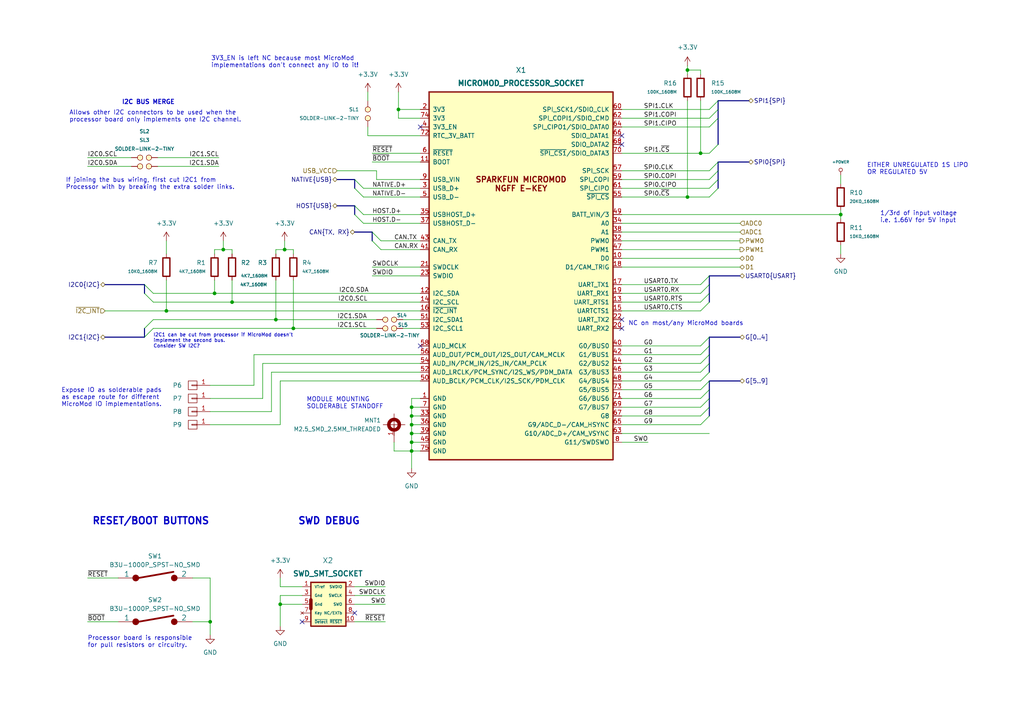
<source format=kicad_sch>
(kicad_sch (version 20230121) (generator eeschema)
  (paper "A4")
  (lib_symbols
    (symbol "appli_connector:M2_SMT_SOCKET_MICROMOD" (pin_names (offset 1.016))
      (property "Reference" "X" (at -5.08 8.89 0))
      (property "Value" "MICROMOD_PROCESSOR_SOCKET" (at 0 -101.6 0))
      (symbol "M2_SMT_SOCKET_MICROMOD_0_1"
        (rectangle (start -26.67 7.62) (end 26.67 -99.06) (stroke (width 0.4064)) (fill (type background)))
      )
      (symbol "M2_SMT_SOCKET_MICROMOD_1_0"
        (pin passive line (at 29.21 -40.64 180) (length 2.54) (name "D0") (number "10"))
        (pin passive line (at -29.21 -12.7 0) (length 2.54) (name "BOOT") (number "11"))
        (pin passive line (at -29.21 -50.8 0) (length 2.54) (name "I2C_SDA") (number "12"))
        (pin passive line (at 29.21 -53.34 180) (length 2.54) (name "UART_RTS1") (number "13"))
        (pin passive line (at -29.21 -53.34 0) (length 2.54) (name "I2C_SCL") (number "14"))
        (pin passive line (at 29.21 -55.88 180) (length 2.54) (name "UARTCTS1") (number "15"))
        (pin passive line (at -29.21 -55.88 0) (length 2.54) (name "~{I2C_INT}") (number "16"))
        (pin passive line (at 29.21 -48.26 180) (length 2.54) (name "UART_TX1") (number "17"))
        (pin passive line (at 29.21 -43.18 180) (length 2.54) (name "D1/CAM_TRIG") (number "18"))
        (pin passive line (at 29.21 -50.8 180) (length 2.54) (name "UART_RX1") (number "19"))
        (pin passive line (at -29.21 2.54 0) (length 2.54) (name "3V3") (number "2"))
        (pin passive line (at 29.21 -60.96 180) (length 2.54) (name "UART_RX2") (number "20"))
        (pin passive line (at -29.21 -43.18 0) (length 2.54) (name "SWDCLK") (number "21"))
        (pin passive line (at 29.21 -58.42 180) (length 2.54) (name "UART_TX2") (number "22"))
        (pin passive line (at -29.21 -45.72 0) (length 2.54) (name "SWDIO") (number "23"))
        (pin passive line (at -29.21 -20.32 0) (length 2.54) (name "USB_D+") (number "3"))
        (pin passive line (at 29.21 -35.56 180) (length 2.54) (name "PWM0") (number "32"))
        (pin passive line (at -29.21 -86.36 0) (length 2.54) (name "GND") (number "33"))
        (pin passive line (at 29.21 -30.48 180) (length 2.54) (name "A0") (number "34"))
        (pin passive line (at -29.21 -27.94 0) (length 2.54) (name "USBHOST_D+") (number "35"))
        (pin passive line (at -29.21 -88.9 0) (length 2.54) (name "GND") (number "36"))
        (pin passive line (at -29.21 -30.48 0) (length 2.54) (name "USBHOST_D-") (number "37"))
        (pin passive line (at 29.21 -33.02 180) (length 2.54) (name "A1") (number "38"))
        (pin passive line (at -29.21 -91.44 0) (length 2.54) (name "GND") (number "39"))
        (pin passive line (at -29.21 -2.54 0) (length 2.54) (name "3V3_EN") (number "4"))
        (pin passive line (at 29.21 -66.04 180) (length 2.54) (name "G0/BUS0") (number "40"))
        (pin passive line (at -29.21 -38.1 0) (length 2.54) (name "CAN_RX") (number "41"))
        (pin passive line (at 29.21 -68.58 180) (length 2.54) (name "G1/BUS1") (number "42"))
        (pin passive line (at -29.21 -35.56 0) (length 2.54) (name "CAN_TX") (number "43"))
        (pin passive line (at 29.21 -71.12 180) (length 2.54) (name "G2/BUS2") (number "44"))
        (pin passive line (at -29.21 -93.98 0) (length 2.54) (name "GND") (number "45"))
        (pin passive line (at 29.21 -73.66 180) (length 2.54) (name "G3/BUS3") (number "46"))
        (pin passive line (at 29.21 -38.1 180) (length 2.54) (name "PWM1") (number "47"))
        (pin passive line (at 29.21 -76.2 180) (length 2.54) (name "G4/BUS4") (number "48"))
        (pin passive line (at 29.21 -27.94 180) (length 2.54) (name "BATT_VIN/3") (number "49"))
        (pin passive line (at -29.21 -22.86 0) (length 2.54) (name "USB_D-") (number "5"))
        (pin passive line (at -29.21 -76.2 0) (length 2.54) (name "AUD_BCLK/PCM_CLK/I2S_SCK/PDM_CLK") (number "50"))
        (pin passive line (at -29.21 -58.42 0) (length 2.54) (name "I2C_SDA1") (number "51"))
        (pin passive line (at -29.21 -73.66 0) (length 2.54) (name "AUD_LRCLK/PCM_SYNC/I2S_WS/PDM_DATA") (number "52"))
        (pin passive line (at -29.21 -60.96 0) (length 2.54) (name "I2C_SCL1") (number "53"))
        (pin passive line (at -29.21 -71.12 0) (length 2.54) (name "AUD_IN/PCM_IN/I2S_IN/CAM_PCLK") (number "54"))
        (pin passive line (at 29.21 -22.86 180) (length 2.54) (name "~{SPI_CS}") (number "55"))
        (pin passive line (at -29.21 -68.58 0) (length 2.54) (name "AUD_OUT/PCM_OUT/I2S_OUT/CAM_MCLK") (number "56"))
        (pin passive line (at 29.21 -15.24 180) (length 2.54) (name "SPI_SCK") (number "57"))
        (pin passive line (at -29.21 -66.04 0) (length 2.54) (name "AUD_MCLK") (number "58"))
        (pin passive line (at 29.21 -17.78 180) (length 2.54) (name "SPI_COPI") (number "59"))
        (pin passive line (at -29.21 -10.16 0) (length 2.54) (name "~{RESET}") (number "6"))
        (pin passive line (at 29.21 2.54 180) (length 2.54) (name "SPI_SCK1/SDIO_CLK") (number "60"))
        (pin passive line (at 29.21 -20.32 180) (length 2.54) (name "SPI_CIPO") (number "61"))
        (pin passive line (at 29.21 0 180) (length 2.54) (name "SPI_COPI1/SDIO_CMD") (number "62"))
        (pin passive line (at 29.21 -91.44 180) (length 2.54) (name "G10/ADC_D+/CAM_VSYNC") (number "63"))
        (pin passive line (at 29.21 -2.54 180) (length 2.54) (name "SPI_CIPO1/SDIO_DATA0") (number "64"))
        (pin passive line (at 29.21 -88.9 180) (length 2.54) (name "G9/ADC_D-/CAM_HSYNC") (number "65"))
        (pin passive line (at 29.21 -5.08 180) (length 2.54) (name "SDIO_DATA1") (number "66"))
        (pin passive line (at 29.21 -86.36 180) (length 2.54) (name "G8") (number "67"))
        (pin passive line (at 29.21 -7.62 180) (length 2.54) (name "SDIO_DATA2") (number "68"))
        (pin passive line (at 29.21 -83.82 180) (length 2.54) (name "G7/BUS7") (number "69"))
        (pin passive line (at -29.21 -83.82 0) (length 2.54) (name "GND") (number "7"))
        (pin passive line (at 29.21 -10.16 180) (length 2.54) (name "~{SPI_CS1}/SDIO_DATA3") (number "70"))
        (pin passive line (at 29.21 -81.28 180) (length 2.54) (name "G6/BUS6") (number "71"))
        (pin passive line (at -29.21 -5.08 0) (length 2.54) (name "RTC_3V_BATT") (number "72"))
        (pin passive line (at 29.21 -78.74 180) (length 2.54) (name "G5/BUS5") (number "73"))
        (pin passive line (at -29.21 0 0) (length 2.54) (name "3V3") (number "74"))
        (pin passive line (at -29.21 -96.52 0) (length 2.54) (name "GND") (number "75"))
        (pin passive line (at 29.21 -93.98 180) (length 2.54) (name "G11/SWDSWO") (number "8"))
        (pin passive line (at -29.21 -17.78 0) (length 2.54) (name "USB_VIN") (number "9"))
      )
      (symbol "M2_SMT_SOCKET_MICROMOD_1_1"
        (text "SPARKFUN MICROMOD\nNGFF E-KEY" (at 0 -19.05 0) (effects (font (size 1.6 1.6) bold)))
        (pin passive line (at -29.21 -81.28 0) (length 2.54) (name "GND") (number "1"))
      )
    )
    (symbol "appli_connector:PAD_SOLDER_2mm" (pin_names (offset 1.016) hide)
      (property "Reference" "P" (at 0 2.54 0))
      (property "Value" "PAD_SOLDER_2mm" (at 0 -3.81 0))
      (symbol "PAD_SOLDER_2mm_0_1"
        (rectangle (start -1.27 0.127) (end 0.254 -0.127))
        (rectangle (start -1.27 1.27) (end 1.27 -1.27))
      )
      (symbol "PAD_SOLDER_2mm_1_1"
        (pin passive line (at -5.08 0 0) (length 3.81) (name "P1") (number "1"))
      )
    )
    (symbol "appli_connector:SWD_SMT_SOCKET" (pin_names (offset 1.016))
      (property "Reference" "X" (at -5.08 6.985 0))
      (property "Value" "SWD_SMT_SOCKET" (at 0 -6.985 0))
      (symbol "SWD_SMT_SOCKET_0_1"
        (rectangle (start -5.08 6.35) (end 5.08 -6.35) (stroke (width 0.4064)) (fill (type background)))
        (polyline (pts (xy -5.08 1.27) (xy -5.08 -1.27)) (stroke (width 0.9906)))
      )
      (symbol "SWD_SMT_SOCKET_1_1"
        (pin input line (at -7.62 5.08 0) (length 2.54) (name "VTref") (number "1"))
        (pin output line (at 7.62 -5.08 180) (length 2.54) (name "~{RESET}") (number "10"))
        (pin bidirectional line (at 7.62 5.08 180) (length 2.54) (name "SWDIO") (number "2"))
        (pin passive line (at -7.62 2.54 0) (length 2.54) (name "Gnd") (number "3"))
        (pin output line (at 7.62 2.54 180) (length 2.54) (name "SWCLK") (number "4"))
        (pin passive line (at -7.62 0 0) (length 2.54) (name "Gnd") (number "5"))
        (pin bidirectional line (at 7.62 0 180) (length 2.54) (name "SWO") (number "6"))
        (pin no_connect line (at -7.62 -2.54 0) (length 2.54) (name "Key") (number "7"))
        (pin passive line (at 7.62 -2.54 180) (length 2.54) (name "NC/EXTb") (number "8"))
        (pin passive line (at -7.62 -5.08 0) (length 2.54) (name "~{Detect}") (number "9"))
      )
    )
    (symbol "appli_link:SOLDER-LINK-2-TINY" (pin_numbers hide) (pin_names (offset 0.762) hide)
      (property "Reference" "SL" (at 0 3.175 0))
      (property "Value" "SOLDER-LINK-2-TINY" (at 0.635 1.905 0))
      (symbol "SOLDER-LINK-2-TINY_0_1"
        (circle (center -1.27 0) (radius 0.762) (fill (type background)))
        (circle (center 1.27 0) (radius 0.762) (fill (type background)))
        (pin passive line (at -3.81 0 0) (length 1.778) (name "1") (number "1"))
        (pin passive line (at 3.81 0 180) (length 1.778) (name "2") (number "2"))
      )
    )
    (symbol "appli_mount:M2.5_SMD_2.5MM_THREADED" (pin_names (offset 1.016))
      (property "Reference" "MNT" (at 0 8.255 0))
      (property "Value" "M2.5_SMD_2.5MM_THREADED" (at 0 6.35 0))
      (symbol "M2.5_SMD_2.5MM_THREADED_0_1"
        (polyline (pts (xy -3.175 0) (xy 3.175 0)))
        (polyline (pts (xy 0 3.175) (xy 0 -3.175)))
        (circle (center 0 0) (radius 1.524) (stroke (width 1.016)))
      )
      (symbol "M2.5_SMD_2.5MM_THREADED_1_1"
        (pin passive line (at 0 -5.08 90) (length 5.08) (name "~") (number "1"))
      )
    )
    (symbol "appli_power:+3.3V" (power) (pin_names (offset 0))
      (property "Value" "+3.3V" (at 0 3.556 0))
      (symbol "+3.3V_0_1"
        (polyline (pts (xy -0.762 1.27) (xy 0 2.54)))
        (polyline (pts (xy 0 0) (xy 0 2.54)))
        (polyline (pts (xy 0 2.54) (xy 0.762 1.27)))
      )
      (symbol "+3.3V_1_1"
        (pin power_in line (at 0 0 90) (length 0) hide (name "+3.3V") (number "1"))
      )
    )
    (symbol "appli_power:+POWER" (power) (pin_names (offset 0))
      (property "Value" "+POWER" (at 0 2.54 0))
      (symbol "+POWER_0_0"
        (pin power_in line (at 0 0 90) (length 0) hide (name "+POWER") (number "1"))
      )
      (symbol "+POWER_0_1"
        (polyline (pts (xy 0 0) (xy 0 1.016) (xy 0 1.016)))
        (circle (center 0 1.524) (radius 0.508))
      )
    )
    (symbol "appli_power:GND" (power) (pin_names (offset 0))
      (property "Value" "GND" (at 0 -3.81 0))
      (symbol "GND_0_1"
        (polyline (pts (xy 0 0) (xy 0 -1.27) (xy 1.27 -1.27) (xy 0 -2.54) (xy -1.27 -1.27) (xy 0 -1.27)))
      )
      (symbol "GND_1_1"
        (pin power_in line (at 0 0 270) (length 0) hide (name "GND") (number "1"))
      )
    )
    (symbol "appli_resistor:100K_1608M" (pin_numbers hide) (pin_names (offset 0))
      (property "Reference" "R" (at -2.159 -3.81 90))
      (property "Value" "100K_1608M" (at 2.032 -3.81 90))
      (symbol "100K_1608M_0_1"
        (rectangle (start -1.016 -1.143) (end 1.016 -6.477) (stroke (width 0.381)))
      )
      (symbol "100K_1608M_1_1"
        (pin passive line (at 0 0 270) (length 1.143) (name "~") (number "1"))
        (pin passive line (at 0 -7.62 90) (length 1.143) (name "~") (number "2"))
      )
    )
    (symbol "appli_resistor:10K0_1608M" (pin_numbers hide) (pin_names (offset 0))
      (property "Reference" "R" (at -2.159 -3.81 90))
      (property "Value" "10K0_1608M" (at 2.032 -3.81 90))
      (symbol "10K0_1608M_0_1"
        (rectangle (start -1.016 -1.143) (end 1.016 -6.477) (stroke (width 0.381)))
      )
      (symbol "10K0_1608M_1_1"
        (pin passive line (at 0 0 270) (length 1.143) (name "~") (number "1"))
        (pin passive line (at 0 -7.62 90) (length 1.143) (name "~") (number "2"))
      )
    )
    (symbol "appli_resistor:20K0_1608M" (pin_numbers hide) (pin_names (offset 0))
      (property "Reference" "R" (at -2.159 -3.81 90))
      (property "Value" "20K0_1608M" (at 2.032 -3.81 90))
      (symbol "20K0_1608M_0_1"
        (rectangle (start -1.016 -1.143) (end 1.016 -6.477) (stroke (width 0.381)))
      )
      (symbol "20K0_1608M_1_1"
        (pin passive line (at 0 0 270) (length 1.143) (name "~") (number "1"))
        (pin passive line (at 0 -7.62 90) (length 1.143) (name "~") (number "2"))
      )
    )
    (symbol "appli_resistor:4K7_1608M" (pin_numbers hide) (pin_names (offset 0))
      (property "Reference" "R" (at -2.159 -3.81 90))
      (property "Value" "4K7_1608M" (at 2.032 -3.81 90))
      (symbol "4K7_1608M_0_1"
        (rectangle (start -1.016 -1.143) (end 1.016 -6.477) (stroke (width 0.381)))
      )
      (symbol "4K7_1608M_1_1"
        (pin passive line (at 0 0 270) (length 1.143) (name "~") (number "1"))
        (pin passive line (at 0 -7.62 90) (length 1.143) (name "~") (number "2"))
      )
    )
    (symbol "appli_switch:B3U-1000P_SPST-NO_SMD" (pin_numbers hide) (pin_names (offset 0))
      (property "Reference" "SW" (at 0 11.176 0))
      (property "Value" "B3U-1000P_SPST-NO_SMD" (at 0 8.89 0))
      (symbol "B3U-1000P_SPST-NO_SMD_0_1"
        (circle (center -5.08 0) (radius 0.7112) (stroke (width 0.508)) (fill (type outline)))
        (polyline (pts (xy -4.318 0) (xy 5.842 1.778)) (stroke (width 0.508)))
        (circle (center 6.096 0) (radius 0.6858) (stroke (width 0.508)) (fill (type outline)))
      )
      (symbol "B3U-1000P_SPST-NO_SMD_1_1"
        (pin passive line (at -10.16 0 0) (length 5.0038) (name "1") (number "1"))
        (pin passive line (at 11.43 0 180) (length 5.0038) (name "2") (number "2"))
      )
    )
  )
  (junction (at 62.23 85.09))
  (junction (at 119.38 128.27))
  (junction (at 82.55 72.39))
  (junction (at 67.31 87.63))
  (junction (at 64.77 72.39))
  (junction (at 119.38 120.65))
  (junction (at 115.57 31.75))
  (junction (at 119.38 118.11))
  (junction (at 119.38 123.19))
  (junction (at 203.2 44.45))
  (junction (at 119.38 125.73))
  (junction (at 48.26 90.17))
  (junction (at 80.01 92.71))
  (junction (at 199.39 57.15))
  (junction (at 85.09 95.25))
  (junction (at 119.38 130.81))
  (junction (at 81.28 175.26))
  (junction (at 243.84 62.23))
  (junction (at 60.96 180.34))
  (junction (at 199.39 20.32))
  (no_connect (at 87.63 180.34))
  (no_connect (at 180.34 41.91))
  (no_connect (at 121.92 36.83))
  (no_connect (at 180.34 95.25))
  (no_connect (at 180.34 92.71))
  (no_connect (at 180.34 39.37))
  (no_connect (at 121.92 100.33))
  (no_connect (at 102.87 177.8))
  (bus_entry (at 44.45 87.63) (size -2.54 -2.54))
  (bus_entry (at 105.41 64.77) (size -2.54 -2.54))
  (bus_entry (at 105.41 62.23) (size -2.54 -2.54))
  (bus_entry (at 203.2 113.03) (size 2.54 -2.54))
  (bus_entry (at 205.74 44.45) (size 2.54 -2.54))
  (bus_entry (at 203.2 120.65) (size 2.54 -2.54))
  (bus_entry (at 110.49 69.85) (size -2.54 -2.54))
  (bus_entry (at 203.2 110.49) (size 2.54 -2.54))
  (bus_entry (at 203.2 87.63) (size 2.54 -2.54))
  (bus_entry (at 203.2 90.17) (size 2.54 -2.54))
  (bus_entry (at 203.2 100.33) (size 2.54 -2.54))
  (bus_entry (at 205.74 31.75) (size 2.54 -2.54))
  (bus_entry (at 205.74 52.07) (size 2.54 -2.54))
  (bus_entry (at 203.2 115.57) (size 2.54 -2.54))
  (bus_entry (at 110.49 72.39) (size -2.54 -2.54))
  (bus_entry (at 44.45 95.25) (size -2.54 2.54))
  (bus_entry (at 205.74 57.15) (size 2.54 -2.54))
  (bus_entry (at 205.74 36.83) (size 2.54 -2.54))
  (bus_entry (at 205.74 49.53) (size 2.54 -2.54))
  (bus_entry (at 205.74 34.29) (size 2.54 -2.54))
  (bus_entry (at 203.2 85.09) (size 2.54 -2.54))
  (bus_entry (at 105.41 57.15) (size -2.54 -2.54))
  (bus_entry (at 203.2 82.55) (size 2.54 -2.54))
  (bus_entry (at 203.2 123.19) (size 2.54 -2.54))
  (bus_entry (at 203.2 107.95) (size 2.54 -2.54))
  (bus_entry (at 203.2 102.87) (size 2.54 -2.54))
  (bus_entry (at 203.2 105.41) (size 2.54 -2.54))
  (bus_entry (at 205.74 54.61) (size 2.54 -2.54))
  (bus_entry (at 44.45 85.09) (size -2.54 -2.54))
  (bus_entry (at 203.2 118.11) (size 2.54 -2.54))
  (bus_entry (at 44.45 92.71) (size -2.54 2.54))
  (bus_entry (at 105.41 54.61) (size -2.54 -2.54))
  (wire (pts (xy 203.2 44.45) (xy 205.74 44.45)))
  (wire (pts (xy 102.87 172.72) (xy 111.76 172.72)))
  (bus (pts (xy 205.74 87.63) (xy 205.74 85.09)))
  (wire (pts (xy 85.09 95.25) (xy 109.22 95.25)))
  (wire (pts (xy 199.39 20.32) (xy 203.2 20.32)))
  (wire (pts (xy 82.55 69.85) (xy 82.55 72.39)))
  (wire (pts (xy 67.31 72.39) (xy 67.31 73.66)))
  (bus (pts (xy 205.74 113.03) (xy 205.74 115.57)))
  (bus (pts (xy 205.74 105.41) (xy 205.74 107.95)))
  (wire (pts (xy 180.34 49.53) (xy 205.74 49.53)))
  (bus (pts (xy 97.79 59.69) (xy 102.87 59.69)))
  (bus (pts (xy 205.74 97.79) (xy 205.74 100.33)))
  (wire (pts (xy 106.68 36.83) (xy 106.68 39.37)))
  (wire (pts (xy 180.34 31.75) (xy 205.74 31.75)))
  (bus (pts (xy 205.74 115.57) (xy 205.74 118.11)))
  (wire (pts (xy 109.22 49.53) (xy 109.22 52.07)))
  (bus (pts (xy 205.74 102.87) (xy 205.74 105.41)))
  (bus (pts (xy 208.28 41.91) (xy 208.28 34.29)))
  (wire (pts (xy 73.66 111.76) (xy 73.66 102.87)))
  (wire (pts (xy 180.34 82.55) (xy 203.2 82.55)))
  (wire (pts (xy 81.28 175.26) (xy 87.63 175.26)))
  (wire (pts (xy 80.01 81.28) (xy 80.01 92.71)))
  (wire (pts (xy 60.96 167.64) (xy 55.88 167.64)))
  (wire (pts (xy 180.34 74.93) (xy 214.63 74.93)))
  (wire (pts (xy 180.34 85.09) (xy 203.2 85.09)))
  (wire (pts (xy 45.72 45.72) (xy 63.5 45.72)))
  (wire (pts (xy 102.87 175.26) (xy 111.76 175.26)))
  (wire (pts (xy 180.34 36.83) (xy 205.74 36.83)))
  (wire (pts (xy 80.01 73.66) (xy 80.01 72.39)))
  (bus (pts (xy 205.74 110.49) (xy 214.63 110.49)))
  (bus (pts (xy 102.87 67.31) (xy 107.95 67.31)))
  (wire (pts (xy 203.2 20.32) (xy 203.2 21.59)))
  (wire (pts (xy 119.38 120.65) (xy 119.38 118.11)))
  (bus (pts (xy 208.28 31.75) (xy 208.28 29.21)))
  (wire (pts (xy 60.96 111.76) (xy 73.66 111.76)))
  (wire (pts (xy 25.4 167.64) (xy 34.29 167.64)))
  (wire (pts (xy 180.34 105.41) (xy 203.2 105.41)))
  (bus (pts (xy 30.48 82.55) (xy 41.91 82.55)))
  (wire (pts (xy 73.66 102.87) (xy 121.92 102.87)))
  (wire (pts (xy 81.28 175.26) (xy 81.28 181.61)))
  (wire (pts (xy 180.34 44.45) (xy 203.2 44.45)))
  (bus (pts (xy 41.91 82.55) (xy 41.91 85.09)))
  (wire (pts (xy 81.28 172.72) (xy 81.28 175.26)))
  (wire (pts (xy 180.34 110.49) (xy 203.2 110.49)))
  (wire (pts (xy 115.57 31.75) (xy 121.92 31.75)))
  (wire (pts (xy 119.38 128.27) (xy 121.92 128.27)))
  (wire (pts (xy 105.41 54.61) (xy 121.92 54.61)))
  (wire (pts (xy 199.39 29.21) (xy 199.39 57.15)))
  (wire (pts (xy 67.31 87.63) (xy 121.92 87.63)))
  (wire (pts (xy 180.34 52.07) (xy 205.74 52.07)))
  (bus (pts (xy 205.74 118.11) (xy 205.74 120.65)))
  (wire (pts (xy 180.34 107.95) (xy 203.2 107.95)))
  (wire (pts (xy 44.45 95.25) (xy 85.09 95.25)))
  (wire (pts (xy 78.74 119.38) (xy 60.96 119.38)))
  (wire (pts (xy 25.4 48.26) (xy 38.1 48.26)))
  (wire (pts (xy 180.34 69.85) (xy 214.63 69.85)))
  (wire (pts (xy 180.34 34.29) (xy 205.74 34.29)))
  (wire (pts (xy 243.84 60.96) (xy 243.84 62.23)))
  (wire (pts (xy 48.26 81.28) (xy 48.26 90.17)))
  (wire (pts (xy 180.34 57.15) (xy 199.39 57.15)))
  (wire (pts (xy 80.01 72.39) (xy 82.55 72.39)))
  (wire (pts (xy 85.09 81.28) (xy 85.09 95.25)))
  (wire (pts (xy 119.38 125.73) (xy 119.38 123.19)))
  (wire (pts (xy 180.34 64.77) (xy 214.63 64.77)))
  (wire (pts (xy 107.95 80.01) (xy 121.92 80.01)))
  (wire (pts (xy 115.57 34.29) (xy 115.57 31.75)))
  (wire (pts (xy 180.34 100.33) (xy 203.2 100.33)))
  (wire (pts (xy 203.2 29.21) (xy 203.2 44.45)))
  (wire (pts (xy 48.26 90.17) (xy 121.92 90.17)))
  (wire (pts (xy 60.96 180.34) (xy 60.96 184.15)))
  (bus (pts (xy 208.28 34.29) (xy 208.28 31.75)))
  (wire (pts (xy 121.92 105.41) (xy 76.2 105.41)))
  (wire (pts (xy 119.38 118.11) (xy 121.92 118.11)))
  (wire (pts (xy 38.1 45.72) (xy 25.4 45.72)))
  (wire (pts (xy 114.3 130.81) (xy 119.38 130.81)))
  (wire (pts (xy 64.77 69.85) (xy 64.77 72.39)))
  (wire (pts (xy 30.48 90.17) (xy 48.26 90.17)))
  (wire (pts (xy 180.34 72.39) (xy 214.63 72.39)))
  (wire (pts (xy 180.34 120.65) (xy 203.2 120.65)))
  (wire (pts (xy 67.31 81.28) (xy 67.31 87.63)))
  (wire (pts (xy 81.28 167.64) (xy 81.28 170.18)))
  (wire (pts (xy 102.87 180.34) (xy 111.76 180.34)))
  (wire (pts (xy 119.38 123.19) (xy 119.38 120.65)))
  (wire (pts (xy 243.84 71.12) (xy 243.84 73.66)))
  (wire (pts (xy 180.34 87.63) (xy 203.2 87.63)))
  (wire (pts (xy 115.57 31.75) (xy 115.57 26.67)))
  (bus (pts (xy 97.79 52.07) (xy 102.87 52.07)))
  (wire (pts (xy 44.45 92.71) (xy 80.01 92.71)))
  (wire (pts (xy 119.38 118.11) (xy 119.38 115.57)))
  (bus (pts (xy 208.28 49.53) (xy 208.28 46.99)))
  (wire (pts (xy 97.79 49.53) (xy 109.22 49.53)))
  (bus (pts (xy 208.28 46.99) (xy 217.17 46.99)))
  (wire (pts (xy 199.39 19.05) (xy 199.39 20.32)))
  (bus (pts (xy 208.28 52.07) (xy 208.28 49.53)))
  (bus (pts (xy 205.74 110.49) (xy 205.74 113.03)))
  (wire (pts (xy 105.41 62.23) (xy 121.92 62.23)))
  (wire (pts (xy 110.49 69.85) (xy 121.92 69.85)))
  (wire (pts (xy 119.38 130.81) (xy 119.38 135.89)))
  (wire (pts (xy 180.34 118.11) (xy 203.2 118.11)))
  (wire (pts (xy 180.34 128.27) (xy 187.96 128.27)))
  (wire (pts (xy 180.34 123.19) (xy 203.2 123.19)))
  (wire (pts (xy 62.23 81.28) (xy 62.23 85.09)))
  (bus (pts (xy 107.95 69.85) (xy 107.95 67.31)))
  (wire (pts (xy 78.74 107.95) (xy 78.74 119.38)))
  (wire (pts (xy 48.26 69.85) (xy 48.26 73.66)))
  (wire (pts (xy 81.28 123.19) (xy 60.96 123.19)))
  (wire (pts (xy 119.38 115.57) (xy 121.92 115.57)))
  (wire (pts (xy 107.95 46.99) (xy 121.92 46.99)))
  (wire (pts (xy 44.45 87.63) (xy 67.31 87.63)))
  (wire (pts (xy 114.3 128.27) (xy 114.3 130.81)))
  (wire (pts (xy 180.34 62.23) (xy 243.84 62.23)))
  (wire (pts (xy 102.87 170.18) (xy 111.76 170.18)))
  (bus (pts (xy 208.28 29.21) (xy 217.17 29.21)))
  (wire (pts (xy 62.23 73.66) (xy 62.23 72.39)))
  (bus (pts (xy 205.74 85.09) (xy 205.74 82.55)))
  (wire (pts (xy 110.49 72.39) (xy 121.92 72.39)))
  (wire (pts (xy 180.34 54.61) (xy 205.74 54.61)))
  (wire (pts (xy 199.39 57.15) (xy 205.74 57.15)))
  (wire (pts (xy 180.34 67.31) (xy 214.63 67.31)))
  (wire (pts (xy 243.84 50.8) (xy 243.84 53.34)))
  (bus (pts (xy 205.74 100.33) (xy 205.74 102.87)))
  (wire (pts (xy 76.2 115.57) (xy 60.96 115.57)))
  (wire (pts (xy 107.95 77.47) (xy 121.92 77.47)))
  (wire (pts (xy 121.92 34.29) (xy 115.57 34.29)))
  (wire (pts (xy 60.96 180.34) (xy 60.96 167.64)))
  (wire (pts (xy 180.34 115.57) (xy 203.2 115.57)))
  (wire (pts (xy 121.92 130.81) (xy 119.38 130.81)))
  (wire (pts (xy 106.68 26.67) (xy 106.68 29.21)))
  (wire (pts (xy 87.63 172.72) (xy 81.28 172.72)))
  (bus (pts (xy 205.74 80.01) (xy 214.63 80.01)))
  (bus (pts (xy 30.48 97.79) (xy 41.91 97.79)))
  (wire (pts (xy 105.41 64.77) (xy 121.92 64.77)))
  (wire (pts (xy 81.28 110.49) (xy 81.28 123.19)))
  (wire (pts (xy 121.92 110.49) (xy 81.28 110.49)))
  (wire (pts (xy 119.38 125.73) (xy 121.92 125.73)))
  (wire (pts (xy 45.72 48.26) (xy 63.5 48.26)))
  (wire (pts (xy 116.84 95.25) (xy 121.92 95.25)))
  (wire (pts (xy 180.34 77.47) (xy 214.63 77.47)))
  (wire (pts (xy 243.84 62.23) (xy 243.84 63.5)))
  (bus (pts (xy 205.74 97.79) (xy 214.63 97.79)))
  (wire (pts (xy 180.34 90.17) (xy 203.2 90.17)))
  (wire (pts (xy 199.39 21.59) (xy 199.39 20.32)))
  (wire (pts (xy 107.95 44.45) (xy 121.92 44.45)))
  (wire (pts (xy 121.92 107.95) (xy 78.74 107.95)))
  (wire (pts (xy 119.38 120.65) (xy 121.92 120.65)))
  (bus (pts (xy 208.28 54.61) (xy 208.28 52.07)))
  (wire (pts (xy 180.34 125.73) (xy 205.74 125.73)))
  (bus (pts (xy 205.74 82.55) (xy 205.74 80.01)))
  (wire (pts (xy 80.01 92.71) (xy 109.22 92.71)))
  (bus (pts (xy 41.91 95.25) (xy 41.91 97.79)))
  (wire (pts (xy 62.23 85.09) (xy 121.92 85.09)))
  (wire (pts (xy 109.22 52.07) (xy 121.92 52.07)))
  (wire (pts (xy 44.45 85.09) (xy 62.23 85.09)))
  (wire (pts (xy 62.23 72.39) (xy 64.77 72.39)))
  (wire (pts (xy 87.63 170.18) (xy 81.28 170.18)))
  (wire (pts (xy 119.38 130.81) (xy 119.38 128.27)))
  (wire (pts (xy 25.4 180.34) (xy 34.29 180.34)))
  (bus (pts (xy 102.87 62.23) (xy 102.87 59.69)))
  (wire (pts (xy 106.68 39.37) (xy 121.92 39.37)))
  (wire (pts (xy 82.55 72.39) (xy 85.09 72.39)))
  (wire (pts (xy 116.84 92.71) (xy 121.92 92.71)))
  (wire (pts (xy 85.09 72.39) (xy 85.09 73.66)))
  (wire (pts (xy 55.88 180.34) (xy 60.96 180.34)))
  (wire (pts (xy 105.41 57.15) (xy 121.92 57.15)))
  (wire (pts (xy 119.38 128.27) (xy 119.38 125.73)))
  (wire (pts (xy 180.34 102.87) (xy 203.2 102.87)))
  (bus (pts (xy 102.87 54.61) (xy 102.87 52.07)))
  (wire (pts (xy 76.2 105.41) (xy 76.2 115.57)))
  (wire (pts (xy 180.34 113.03) (xy 203.2 113.03)))
  (wire (pts (xy 64.77 72.39) (xy 67.31 72.39)))
  (wire (pts (xy 119.38 123.19) (xy 121.92 123.19)))
  (text "Expose IO as solderable pads\nas escape route for different\nMicroMod IO implementations.\n" (at 17.78 118.11 0) (effects (font (size 1.27 1.27)) (justify left bottom)))
  (text "If joining the bus wiring, first cut I2C1 from \nProcessor with by breaking the extra solder links." (at 19.05 55.118 0) (effects (font (size 1.27 1.27)) (justify left bottom)))
  (text "NC on most/any MicroMod boards" (at 182.245 94.615 0) (effects (font (size 1.27 1.27)) (justify left bottom)))
  (text "Processor board is responsible \nfor pull resistors or circuitry." (at 25.4 187.96 0) (effects (font (size 1.27 1.27)) (justify left bottom)))
  (text "I2C1 can be cut from processor if MicroMod doesn't\nimplement the second bus.\nConsider SW I2C?" (at 44.45 101.092 0) (effects (font (size 1 1)) (justify left bottom)))
  (text "I2C BUS MERGE" (at 35.306 30.48 0) (effects (font (size 1.27 1.27) (thickness 0.254) bold) (justify left bottom)))
  (text "EITHER UNREGULATED 1S LiPO\nOR REGULATED 5V" (at 251.46 50.8 0) (effects (font (size 1.27 1.27)) (justify left bottom)))
  (text "1/3rd of input voltage\ni.e. 1.66V for 5V input" (at 255.27 64.77 0) (effects (font (size 1.27 1.27)) (justify left bottom)))
  (text "RESET/BOOT BUTTONS" (at 26.67 152.4 0) (effects (font (size 2 2) (thickness 0.4) bold) (justify left bottom)))
  (text "MODULE MOUNTING\nSOLDERABLE STANDOFF" (at 88.9 118.745 0) (effects (font (size 1.27 1.27)) (justify left bottom)))
  (text "SWD DEBUG" (at 86.36 152.4 0) (effects (font (size 2 2) (thickness 0.4) bold) (justify left bottom)))
  (text "3V3_EN is left NC because most MicroMod\nimplementations don't connect any IO to it!" (at 61.214 19.812 0) (effects (font (size 1.27 1.27)) (justify left bottom)))
  (text "Allows other I2C connectors to be used when the \nprocessor board only implements one I2C channel." (at 20.066 35.56 0) (effects (font (size 1.27 1.27)) (justify left bottom)))
  (label "I2C1.SDA" (at 63.5 48.26 180))
  (label "SPI1.~{CS}" (at 186.69 44.45 0))
  (label "SPI1.CIPO" (at 186.69 36.83 0))
  (label "~{RESET}" (at 107.95 44.45 0))
  (label "HOST.D+" (at 107.95 62.23 0))
  (label "I2C1.SDA" (at 97.79 92.71 0))
  (label "G5" (at 186.69 113.03 0))
  (label "HOST.D-" (at 107.95 64.77 0))
  (label "I2C0.SCL" (at 98.044 87.63 0))
  (label "~{BOOT}" (at 107.95 46.99 0))
  (label "~{RESET}" (at 25.4 167.64 0))
  (label "SWDIO" (at 111.76 170.18 180))
  (label "USART0.RTS" (at 186.69 87.63 0))
  (label "I2C0.SDA" (at 25.4 48.26 0))
  (label "G9" (at 186.69 123.19 0))
  (label "SPI0.CLK" (at 186.69 49.53 0))
  (label "G4" (at 186.69 110.49 0))
  (label "G7" (at 186.69 118.11 0))
  (label "SWDCLK" (at 107.95 77.47 0))
  (label "SWDIO" (at 107.95 80.01 0))
  (label "I2C1.SCL" (at 63.5 45.72 180))
  (label "SPI1.COPI" (at 186.69 34.29 0))
  (label "SPI0.COPI" (at 186.69 52.07 0))
  (label "G3" (at 186.69 107.95 0))
  (label "G1" (at 186.69 102.87 0))
  (label "I2C0.SCL" (at 25.4 45.72 0))
  (label "CAN.TX" (at 114.3 69.85 0))
  (label "CAN.RX" (at 114.3 72.39 0))
  (label "SWO" (at 111.76 175.26 180))
  (label "SPI0.~{CS}" (at 186.69 57.15 0))
  (label "I2C1.SCL" (at 97.79 95.25 0))
  (label "USART0.CTS" (at 186.69 90.17 0))
  (label "USART0.TX" (at 186.69 82.55 0))
  (label "G6" (at 186.69 115.57 0))
  (label "SPI1.CLK" (at 186.69 31.75 0))
  (label "SWO" (at 187.96 128.27 180))
  (label "G2" (at 186.69 105.41 0))
  (label "SWDCLK" (at 111.76 172.72 180))
  (label "~{BOOT}" (at 25.4 180.34 0))
  (label "G8" (at 186.69 120.65 0))
  (label "NATIVE.D+" (at 107.95 54.61 0))
  (label "USART0.RX" (at 186.69 85.09 0))
  (label "~{RESET}" (at 111.76 180.34 180))
  (label "I2C0.SDA" (at 98.298 85.09 0))
  (label "NATIVE.D-" (at 107.95 57.15 0))
  (label "G0" (at 186.69 100.33 0))
  (label "SPI0.CIPO" (at 186.69 54.61 0))
  (hierarchical_label "I2C0{I2C}" (shape bidirectional) (at 30.48 82.55 180))
  (hierarchical_label "NATIVE{USB}" (shape bidirectional) (at 97.79 52.07 180))
  (hierarchical_label "~{I2C_INT}" (shape input) (at 30.48 90.17 180))
  (hierarchical_label "PWM0" (shape output) (at 214.63 69.85 0))
  (hierarchical_label "ADC0" (shape input) (at 214.63 64.77 0))
  (hierarchical_label "USART0{USART}" (shape bidirectional) (at 214.63 80.01 0))
  (hierarchical_label "SPI1{SPI}" (shape bidirectional) (at 217.17 29.21 0))
  (hierarchical_label "D0" (shape bidirectional) (at 214.63 74.93 0))
  (hierarchical_label "PWM1" (shape output) (at 214.63 72.39 0))
  (hierarchical_label "G[0..4]" (shape bidirectional) (at 214.63 97.79 0))
  (hierarchical_label "G[5..9]" (shape bidirectional) (at 214.63 110.49 0))
  (hierarchical_label "ADC1" (shape input) (at 214.63 67.31 0))
  (hierarchical_label "CAN{TX, RX}" (shape bidirectional) (at 102.87 67.31 180))
  (hierarchical_label "HOST{USB}" (shape bidirectional) (at 97.79 59.69 180))
  (hierarchical_label "SPI0{SPI}" (shape bidirectional) (at 217.17 46.99 0))
  (hierarchical_label "D1" (shape bidirectional) (at 214.63 77.47 0))
  (hierarchical_label "I2C1{I2C}" (shape bidirectional) (at 30.48 97.79 180))
  (hierarchical_label "USB_VCC" (shape input) (at 97.79 49.53 180))
  (symbol (lib_id "appli_resistor:100K_1608M") (at 203.2 21.59 0) (unit 1)
    (property "Reference" "R15" (at 206.248 24.13 0) (effects (justify left)))
    (property "Value" "100K_1608M" (at 206.248 26.67 0) (effects (font (size 0.889 0.889)) (justify left)))
    (property "Footprint" "Applidyne_Resistor:RESC1608X50N" (effects hide))
    (property "Datasheet" "http://www.farnell.com/datasheets/1788326.pdf" (effects hide))
    (property "manf" "MULTICOMP" (effects hide))
    (property "manf#" "MC0063W06035100K" (effects hide))
    (property "Supplier" "Element14" (effects hide))
    (property "Supplier Part No" "9331719" (effects hide))
    (property "Supplier URL" "http://au.element14.com/multicomp/mc0063w06035100k/product-range-mc-series/dp/9331719" (effects hide))
    (property "Supplier Price" "0.001" (effects hide))
    (property "Supplier Price Break" "1" (effects hide))
  )
  (symbol (lib_id "appli_power:GND") (at 81.28 181.61 0) (unit 1)
    (property "Reference" "#PWR02" (effects hide))
    (property "Value" "GND" (at 81.28 186.69 0))
    (instances (project "backplane" (path "" (reference "#PWR02") (unit 1)) (path "" (reference "#PWR08") (unit 1))))
  )
  (symbol (lib_id "appli_power:GND") (at 243.84 73.66 0) (unit 1)
    (property "Reference" "#PWR043" (effects hide))
    (property "Value" "GND" (at 243.84 78.74 0))
  )
  (symbol (lib_id "appli_power:+POWER") (at 243.84 50.8 0) (unit 1)
    (property "Reference" "#PWR042" (effects hide))
    (property "Value" "+POWER" (at 243.84 46.99 0) (effects (font (size 0.762 0.762))))
  )
  (symbol (lib_id "appli_link:SOLDER-LINK-2-TINY") (at 113.03 92.71 0) (unit 1)
    (property "Reference" "SL4" (at 116.586 91.44 0) (effects (font (size 1.016 1.016))))
    (property "Value" "SOLDER-LINK-2-TINY" (at 113.03 97.282 0) (effects (font (size 1.016 1.016))))
    (property "Footprint" "Applidyne_Link:SJ1005-2N" (effects hide))
    (property "Datasheet" "DatasheetURL" (effects hide))
    (property "manf" "Manufacturer" (effects hide))
    (property "manf#" "ManufacturerPartNo" (effects hide))
    (property "Supplier" "Supplier" (effects hide))
    (property "Supplier Part No" "SupplierPartNo" (effects hide))
    (property "Supplier URL" "SupplierURL" (effects hide))
    (property "Supplier Price" "0" (effects hide))
    (property "Supplier Price Break" "1" (effects hide))
  )
  (symbol (lib_id "appli_power:GND") (at 119.38 135.89 0) (unit 1)
    (property "Reference" "#PWR01" (effects hide))
    (property "Value" "GND" (at 119.38 140.97 0))
    (instances (project "backplane" (path "" (reference "#PWR01") (unit 1)) (path "" (reference "#PWR012") (unit 1))))
  )
  (symbol (lib_id "appli_power:+3.3V") (at 81.28 167.64 0) (unit 1)
    (property "Reference" "#PWR03" (effects hide))
    (property "Value" "+3.3V" (at 81.28 162.56 0))
  )
  (symbol (lib_id "appli_connector:PAD_SOLDER_2mm") (at 55.88 111.76 0) (mirror y) (unit 1)
    (property "Reference" "P6" (at 51.435 111.76 0))
    (property "Value" "PAD_SOLDER_2mm" (effects hide))
    (property "Footprint" "Applidyne_Connector:PAD_SOLDER_2mm" (effects hide))
    (property "manf" "DIY" (effects hide))
    (property "Supplier" "No part" (effects hide))
    (property "Supplier Price" "0.0" (effects hide))
    (property "Supplier Price Break" "1" (effects hide))
  )
  (symbol (lib_id "appli_resistor:100K_1608M") (at 199.39 21.59 0) (mirror y) (unit 1)
    (property "Reference" "R16" (at 196.342 24.13 0) (effects (justify left)))
    (property "Value" "100K_1608M" (at 196.342 26.67 0) (effects (font (size 0.889 0.889)) (justify left)))
    (property "Footprint" "Applidyne_Resistor:RESC1608X50N" (effects hide))
    (property "Datasheet" "http://www.farnell.com/datasheets/1788326.pdf" (effects hide))
    (property "manf" "MULTICOMP" (effects hide))
    (property "manf#" "MC0063W06035100K" (effects hide))
    (property "Supplier" "Element14" (effects hide))
    (property "Supplier Part No" "9331719" (effects hide))
    (property "Supplier URL" "http://au.element14.com/multicomp/mc0063w06035100k/product-range-mc-series/dp/9331719" (effects hide))
    (property "Supplier Price" "0.001" (effects hide))
    (property "Supplier Price Break" "1" (effects hide))
  )
  (symbol (lib_id "appli_connector:M2_SMT_SOCKET_MICROMOD") (at 151.13 34.29 0) (unit 1)
    (property "Reference" "X1" (at 151.13 20.32 0) (effects (font (size 1.524 1.524))))
    (property "Value" "MICROMOD_PROCESSOR_SOCKET" (at 151.13 24.13 0) (effects (font (size 1.524 1.524) bold)))
    (property "Footprint" "Applidyne_Connector_TE_Connectivity:TE_2199230-4" (effects hide))
    (property "Datasheet" "https://www.te.com/usa-en/product-2199230-4.datasheet.pdf" (effects hide))
    (property "manf" "TE CONNECTIVITY" (effects hide))
    (property "manf#" "2199230-4" (effects hide))
    (property "Supplier" "Digi-Key" (effects hide))
    (property "Supplier Part No" "A115904CT-ND" (effects hide))
    (property "Supplier URL" "https://www.digikey.com.au/en/products/detail/te-connectivity-amp-connectors/2199230-4/4208915" (effects hide))
    (property "Supplier Price" "2.5" (effects hide))
    (property "Supplier Price Break " "10" (effects hide))
  )
  (symbol (lib_id "appli_connector:SWD_SMT_SOCKET") (at 95.25 175.26 0) (unit 1)
    (property "Reference" "X2" (at 95.1039 162.56 0) (effects (font (size 1.524 1.524))))
    (property "Value" "SWD_SMT_SOCKET" (at 95.1039 166.37 0) (effects (font (size 1.524 1.524) bold)))
    (property "Footprint" "Applidyne_Connector:CNCTECH_3220-10-0300-00" (effects hide))
    (property "Datasheet" "http://infocenter.arm.com/help/topic/com.arm.doc.ddi0314h/DDI0314H_coresight_components_trm.pdf" (effects hide))
    (property "manf" "CNC TECH" (effects hide))
    (property "manf#" "3220-10-0300-00" (effects hide))
    (property "Supplier" "Digi-Key" (effects hide))
    (property "Supplier Part No" "1175-1629-ND" (effects hide))
    (property "Supplier URL" "https://www.digikey.com.au/product-detail/en/cnc-tech/3220-10-0300-00/1175-1629-ND/3883266" (effects hide))
    (property "Supplier Price" "0.80" (effects hide))
    (property "Supplier Price Break " "1" (effects hide))
  )
  (symbol (lib_id "appli_connector:PAD_SOLDER_2mm") (at 55.88 123.19 0) (mirror y) (unit 1)
    (property "Reference" "P9" (at 51.435 123.19 0))
    (property "Value" "PAD_SOLDER_2mm" (effects hide))
    (property "Footprint" "Applidyne_Connector:PAD_SOLDER_2mm" (effects hide))
    (property "manf" "DIY" (effects hide))
    (property "Supplier" "No part" (effects hide))
    (property "Supplier Price" "0.0" (effects hide))
    (property "Supplier Price Break" "1" (effects hide))
  )
  (symbol (lib_id "appli_power:+3.3V") (at 106.68 26.67 0) (unit 1)
    (property "Reference" "#PWR031" (effects hide))
    (property "Value" "+3.3V" (at 106.68 21.59 0))
  )
  (symbol (lib_id "appli_link:SOLDER-LINK-2-TINY") (at 106.68 33.02 90) (unit 1)
    (property "Reference" "SL1" (at 104.14 31.75 90) (effects (font (size 1.016 1.016)) (justify left)))
    (property "Value" "SOLDER-LINK-2-TINY" (at 104.14 34.29 90) (effects (font (size 1.016 1.016)) (justify left)))
    (property "Footprint" "Applidyne_Link:SJ1005-2N" (effects hide))
    (property "Datasheet" "DatasheetURL" (effects hide))
    (property "manf" "Manufacturer" (effects hide))
    (property "manf#" "ManufacturerPartNo" (effects hide))
    (property "Supplier" "Supplier" (effects hide))
    (property "Supplier Part No" "SupplierPartNo" (effects hide))
    (property "Supplier URL" "SupplierURL" (effects hide))
    (property "Supplier Price" "0" (effects hide))
    (property "Supplier Price Break" "1" (effects hide))
  )
  (symbol (lib_id "appli_resistor:10K0_1608M") (at 48.26 73.66 0) (mirror y) (unit 1)
    (property "Reference" "R7" (at 45.72 76.2 0) (effects (justify left)))
    (property "Value" "10K0_1608M" (at 45.72 78.74 0) (effects (font (size 0.889 0.889)) (justify left)))
    (property "Footprint" "Applidyne_Resistor:RESC1608X50N" (effects hide))
    (property "Datasheet" "http://www.farnell.com/datasheets/1723233.pdf" (effects hide))
    (property "manf" "TE CONNECTIVITY" (effects hide))
    (property "manf#" "CRGH0603F10K" (effects hide))
    (property "Supplier" "Element14" (effects hide))
    (property "Supplier Part No" "2332016" (effects hide))
    (property "Supplier URL" "http://au.element14.com/te-connectivity/crgh0603f10k/resistor-power-10k-0-2w-1-0603/dp/2332016" (effects hide))
    (property "Supplier Price" "0.02" (effects hide))
    (property "Supplier Price Break" "10" (effects hide))
  )
  (symbol (lib_id "appli_power:+3.3V") (at 48.26 69.85 0) (unit 1)
    (property "Reference" "#PWR037" (effects hide))
    (property "Value" "+3.3V" (at 48.26 64.77 0))
  )
  (symbol (lib_id "appli_power:GND") (at 60.96 184.15 0) (unit 1)
    (property "Reference" "#PWR08" (effects hide))
    (property "Value" "GND" (at 60.96 189.23 0))
    (instances (project "backplane" (path "" (reference "#PWR08") (unit 1)) (path "" (reference "#PWR02") (unit 1))))
  )
  (symbol (lib_id "appli_switch:B3U-1000P_SPST-NO_SMD") (at 44.45 167.64 0) (unit 1)
    (property "Reference" "SW1" (at 44.9453 161.29 0))
    (property "Value" "B3U-1000P_SPST-NO_SMD" (at 44.9453 163.83 0))
    (property "Footprint" "Applidyne_Switch:B3U-1000P" (effects hide))
    (property "Datasheet" "http://www.farnell.com/datasheets/2082411.pdf" (effects hide))
    (property "manf" "OMRON" (effects hide))
    (property "manf#" "B3U-1000P" (effects hide))
    (property "Supplier" "Element 14" (effects hide))
    (property "Supplier Part No" "1333652" (effects hide))
    (property "Supplier URL" "http://au.element14.com/omron-electronic-components/b3u-1000p/switch-spst-no-0-05a-12v-smd/dp/1333652" (effects hide))
    (property "Supplier Price" "0.546" (effects hide))
    (property "Supplier Price Break" "5" (effects hide))
  )
  (symbol (lib_id "appli_power:+3.3V") (at 199.39 19.05 0) (unit 1)
    (property "Reference" "#PWR024" (effects hide))
    (property "Value" "+3.3V" (at 199.39 13.716 0))
  )
  (symbol (lib_id "appli_link:SOLDER-LINK-2-TINY") (at 41.91 48.26 180) (unit 1)
    (property "Reference" "SL3" (at 41.91 40.64 0) (effects (font (size 1.016 1.016))))
    (property "Value" "SOLDER-LINK-2-TINY" (effects hide))
    (property "Footprint" "Applidyne_Link:SJ1005-2N" (effects hide))
    (property "Datasheet" "DatasheetURL" (effects hide))
    (property "manf" "Manufacturer" (effects hide))
    (property "manf#" "ManufacturerPartNo" (effects hide))
    (property "Supplier" "Supplier" (effects hide))
    (property "Supplier Part No" "SupplierPartNo" (effects hide))
    (property "Supplier URL" "SupplierURL" (effects hide))
    (property "Supplier Price" "0" (effects hide))
    (property "Supplier Price Break" "1" (effects hide))
    (instances (project "backplane" (path "" (reference "SL3") (unit 1)) (path "" (reference "SL7") (unit 1))))
  )
  (symbol (lib_id "appli_power:+3.3V") (at 82.55 69.85 0) (unit 1)
    (property "Reference" "#PWR012" (effects hide))
    (property "Value" "+3.3V" (at 82.55 64.77 0))
    (instances (project "backplane" (path "" (reference "#PWR012") (unit 1)) (path "" (reference "#PWR04") (unit 1))))
  )
  (symbol (lib_id "appli_resistor:4K7_1608M") (at 85.09 73.66 0) (unit 1)
    (property "Reference" "R4" (at 87.63 76.2 0) (effects (justify left)))
    (property "Value" "4K7_1608M" (at 87.63 78.74 0) (effects (font (size 0.889 0.889)) (justify left)))
    (property "Footprint" "Applidyne_Resistor:RESC1608X50N" (effects hide))
    (property "Datasheet" "http://www.farnell.com/datasheets/1788326.pdf" (effects hide))
    (property "manf" "MULTICOMP" (effects hide))
    (property "manf#" "MC0063W060354K7" (effects hide))
    (property "Supplier" "Element14" (effects hide))
    (property "Supplier Part No" "9332154" (effects hide))
    (property "Supplier URL" "http://au.element14.com/multicomp/mc0063w060354k7/res-thick-film-4k7-5-0-063w-0603/dp/9332154" (effects hide))
    (property "Supplier Price" "0.024" (effects hide))
    (property "Supplier Price Break" "1" (effects hide))
  )
  (symbol (lib_id "appli_connector:PAD_SOLDER_2mm") (at 55.88 119.38 0) (mirror y) (unit 1)
    (property "Reference" "P8" (at 51.435 119.38 0))
    (property "Value" "PAD_SOLDER_2mm" (effects hide))
    (property "Footprint" "Applidyne_Connector:PAD_SOLDER_2mm" (effects hide))
    (property "manf" "DIY" (effects hide))
    (property "Supplier" "No part" (effects hide))
    (property "Supplier Price" "0.0" (effects hide))
    (property "Supplier Price Break" "1" (effects hide))
  )
  (symbol (lib_id "appli_switch:B3U-1000P_SPST-NO_SMD") (at 44.45 180.34 0) (unit 1)
    (property "Reference" "SW2" (at 44.9453 173.99 0))
    (property "Value" "B3U-1000P_SPST-NO_SMD" (at 44.9453 176.53 0))
    (property "Footprint" "Applidyne_Switch:B3U-1000P" (effects hide))
    (property "Datasheet" "http://www.farnell.com/datasheets/2082411.pdf" (effects hide))
    (property "manf" "OMRON" (effects hide))
    (property "manf#" "B3U-1000P" (effects hide))
    (property "Supplier" "Element 14" (effects hide))
    (property "Supplier Part No" "1333652" (effects hide))
    (property "Supplier URL" "http://au.element14.com/omron-electronic-components/b3u-1000p/switch-spst-no-0-05a-12v-smd/dp/1333652" (effects hide))
    (property "Supplier Price" "0.546" (effects hide))
    (property "Supplier Price Break" "5" (effects hide))
  )
  (symbol (lib_id "appli_resistor:20K0_1608M") (at 243.84 53.34 0) (unit 1)
    (property "Reference" "R10" (at 246.38 55.88 0) (effects (justify left)))
    (property "Value" "20K0_1608M" (at 246.38 58.42 0) (effects (font (size 0.889 0.889)) (justify left)))
    (property "Footprint" "Applidyne_Resistor:RESC1608X50N" (effects hide))
    (property "Datasheet" "http://www.farnell.com/datasheets/1935020.pdf?_ga=1.71863123.114958687.1482824484" (effects hide))
    (property "manf" "TE CONNECTIVITY" (effects hide))
    (property "manf#" "CPF-A-0603B20KE1" (effects hide))
    (property "Supplier" "Element14" (effects hide))
    (property "Supplier Part No" "2577005" (effects hide))
    (property "Supplier URL" "http://au.element14.com/te-connectivity-holsworthy/cpf-a-0603b20ke1/res-thin-film-aec-q200-20k-0603/dp/2577005" (effects hide))
    (property "Supplier Price" "0.48" (effects hide))
    (property "Supplier Price Break" "1" (effects hide))
  )
  (symbol (lib_id "appli_link:SOLDER-LINK-2-TINY") (at 113.03 95.25 0) (unit 1)
    (property "Reference" "SL5" (at 116.84 94.234 0) (effects (font (size 1.016 1.016))))
    (property "Value" "SOLDER-LINK-2-TINY" (effects hide))
    (property "Footprint" "Applidyne_Link:SJ1005-2N" (effects hide))
    (property "Datasheet" "DatasheetURL" (effects hide))
    (property "manf" "Manufacturer" (effects hide))
    (property "manf#" "ManufacturerPartNo" (effects hide))
    (property "Supplier" "Supplier" (effects hide))
    (property "Supplier Part No" "SupplierPartNo" (effects hide))
    (property "Supplier URL" "SupplierURL" (effects hide))
    (property "Supplier Price" "0" (effects hide))
    (property "Supplier Price Break" "1" (effects hide))
  )
  (symbol (lib_id "appli_resistor:4K7_1608M") (at 67.31 73.66 0) (unit 1)
    (property "Reference" "R2" (at 69.85 76.2 0) (effects (justify left)))
    (property "Value" "4K7_1608M" (at 69.85 80.01 0) (effects (font (size 0.889 0.889)) (justify left)))
    (property "Footprint" "Applidyne_Resistor:RESC1608X50N" (effects hide))
    (property "Datasheet" "http://www.farnell.com/datasheets/1788326.pdf" (effects hide))
    (property "manf" "MULTICOMP" (effects hide))
    (property "manf#" "MC0063W060354K7" (effects hide))
    (property "Supplier" "Element14" (effects hide))
    (property "Supplier Part No" "9332154" (effects hide))
    (property "Supplier URL" "http://au.element14.com/multicomp/mc0063w060354k7/res-thick-film-4k7-5-0-063w-0603/dp/9332154" (effects hide))
    (property "Supplier Price" "0.024" (effects hide))
    (property "Supplier Price Break" "1" (effects hide))
  )
  (symbol (lib_id "appli_power:+3.3V") (at 115.57 26.67 0) (unit 1)
    (property "Reference" "#PWR04" (effects hide))
    (property "Value" "+3.3V" (at 115.57 21.59 0))
    (instances (project "backplane" (path "" (reference "#PWR04") (unit 1)) (path "" (reference "#PWR011") (unit 1))))
  )
  (symbol (lib_id "appli_power:+3.3V") (at 64.77 69.85 0) (unit 1)
    (property "Reference" "#PWR011" (effects hide))
    (property "Value" "+3.3V" (at 64.77 64.77 0))
    (instances (project "backplane" (path "" (reference "#PWR011") (unit 1)) (path "" (reference "#PWR01") (unit 1))))
  )
  (symbol (lib_id "appli_resistor:10K0_1608M") (at 243.84 63.5 0) (unit 1)
    (property "Reference" "R11" (at 246.38 66.04 0) (effects (justify left)))
    (property "Value" "10K0_1608M" (at 246.38 68.58 0) (effects (font (size 0.889 0.889)) (justify left)))
    (property "Footprint" "Applidyne_Resistor:RESC1608X50N" (effects hide))
    (property "Datasheet" "http://www.farnell.com/datasheets/1723233.pdf" (effects hide))
    (property "manf" "TE CONNECTIVITY" (effects hide))
    (property "manf#" "CRGH0603F10K" (effects hide))
    (property "Supplier" "Element14" (effects hide))
    (property "Supplier Part No" "2332016" (effects hide))
    (property "Supplier URL" "http://au.element14.com/te-connectivity/crgh0603f10k/resistor-power-10k-0-2w-1-0603/dp/2332016" (effects hide))
    (property "Supplier Price" "0.02" (effects hide))
    (property "Supplier Price Break" "10" (effects hide))
  )
  (symbol (lib_id "appli_connector:PAD_SOLDER_2mm") (at 55.88 115.57 0) (mirror y) (unit 1)
    (property "Reference" "P7" (at 51.435 115.57 0))
    (property "Value" "PAD_SOLDER_2mm" (effects hide))
    (property "Footprint" "Applidyne_Connector:PAD_SOLDER_2mm" (effects hide))
    (property "manf" "DIY" (effects hide))
    (property "Supplier" "No part" (effects hide))
    (property "Supplier Price" "0.0" (effects hide))
    (property "Supplier Price Break" "1" (effects hide))
  )
  (symbol (lib_id "appli_mount:M2.5_SMD_2.5MM_THREADED") (at 114.3 123.19 0) (mirror y) (unit 1)
    (property "Reference" "MNT1" (at 110.49 121.92 0) (effects (font (size 1.1938 1.1938)) (justify left)))
    (property "Value" "M2.5_SMD_2.5MM_THREADED" (at 110.49 124.46 0) (effects (font (size 1.1938 1.1938)) (justify left)))
    (property "Footprint" "Applidyne_Mount:9774025151R" (effects hide))
    (property "Datasheet" "https://www.we-online.com/components/products/datasheet/9774025151R.pdf" (effects hide))
    (property "manf" "WURTH ELECTRONIK" (effects hide))
    (property "manf#" "9774025151R" (effects hide))
    (property "Supplier" "DigiKey" (effects hide))
    (property "Supplier Part No" "732-7078-1-ND" (effects hide))
    (property "Supplier URL" "https://www.digikey.com/en/products/detail/w%C3%BCrth-elektronik/9774025151R/5320621" (effects hide))
    (property "Supplier Price" "1.50" (effects hide))
    (property "Supplier Price Break" "100" (effects hide))
  )
  (symbol (lib_id "appli_link:SOLDER-LINK-2-TINY") (at 41.91 45.72 0) (unit 1)
    (property "Reference" "SL2" (at 41.91 38.1 0) (effects (font (size 1.016 1.016))))
    (property "Value" "SOLDER-LINK-2-TINY" (at 41.91 43.18 0) (effects (font (size 1.016 1.016))))
    (property "Footprint" "Applidyne_Link:SJ1005-2N" (effects hide))
    (property "Datasheet" "DatasheetURL" (effects hide))
    (property "manf" "Manufacturer" (effects hide))
    (property "manf#" "ManufacturerPartNo" (effects hide))
    (property "Supplier" "Supplier" (effects hide))
    (property "Supplier Part No" "SupplierPartNo" (effects hide))
    (property "Supplier URL" "SupplierURL" (effects hide))
    (property "Supplier Price" "0" (effects hide))
    (property "Supplier Price Break" "1" (effects hide))
    (instances (project "backplane" (path "" (reference "SL2") (unit 1)) (path "" (reference "SL6") (unit 1))))
  )
  (symbol (lib_id "appli_resistor:4K7_1608M") (at 80.01 73.66 0) (mirror y) (unit 1)
    (property "Reference" "R3" (at 77.47 76.2 0) (effects (justify left)))
    (property "Value" "4K7_1608M" (at 77.47 82.55 0) (effects (font (size 0.889 0.889)) (justify left)))
    (property "Footprint" "Applidyne_Resistor:RESC1608X50N" (effects hide))
    (property "Datasheet" "http://www.farnell.com/datasheets/1788326.pdf" (effects hide))
    (property "manf" "MULTICOMP" (effects hide))
    (property "manf#" "MC0063W060354K7" (effects hide))
    (property "Supplier" "Element14" (effects hide))
    (property "Supplier Part No" "9332154" (effects hide))
    (property "Supplier URL" "http://au.element14.com/multicomp/mc0063w060354k7/res-thick-film-4k7-5-0-063w-0603/dp/9332154" (effects hide))
    (property "Supplier Price" "0.024" (effects hide))
    (property "Supplier Price Break" "1" (effects hide))
  )
  (symbol (lib_id "appli_resistor:4K7_1608M") (at 62.23 73.66 0) (mirror y) (unit 1)
    (property "Reference" "R1" (at 59.69 76.2 0) (effects (justify left)))
    (property "Value" "4K7_1608M" (at 59.69 78.74 0) (effects (font (size 0.889 0.889)) (justify left)))
    (property "Footprint" "Applidyne_Resistor:RESC1608X50N" (effects hide))
    (property "Datasheet" "http://www.farnell.com/datasheets/1788326.pdf" (effects hide))
    (property "manf" "MULTICOMP" (effects hide))
    (property "manf#" "MC0063W060354K7" (effects hide))
    (property "Supplier" "Element14" (effects hide))
    (property "Supplier Part No" "9332154" (effects hide))
    (property "Supplier URL" "http://au.element14.com/multicomp/mc0063w060354k7/res-thick-film-4k7-5-0-063w-0603/dp/9332154" (effects hide))
    (property "Supplier Price" "0.024" (effects hide))
    (property "Supplier Price Break" "1" (effects hide))
  )
)
</source>
